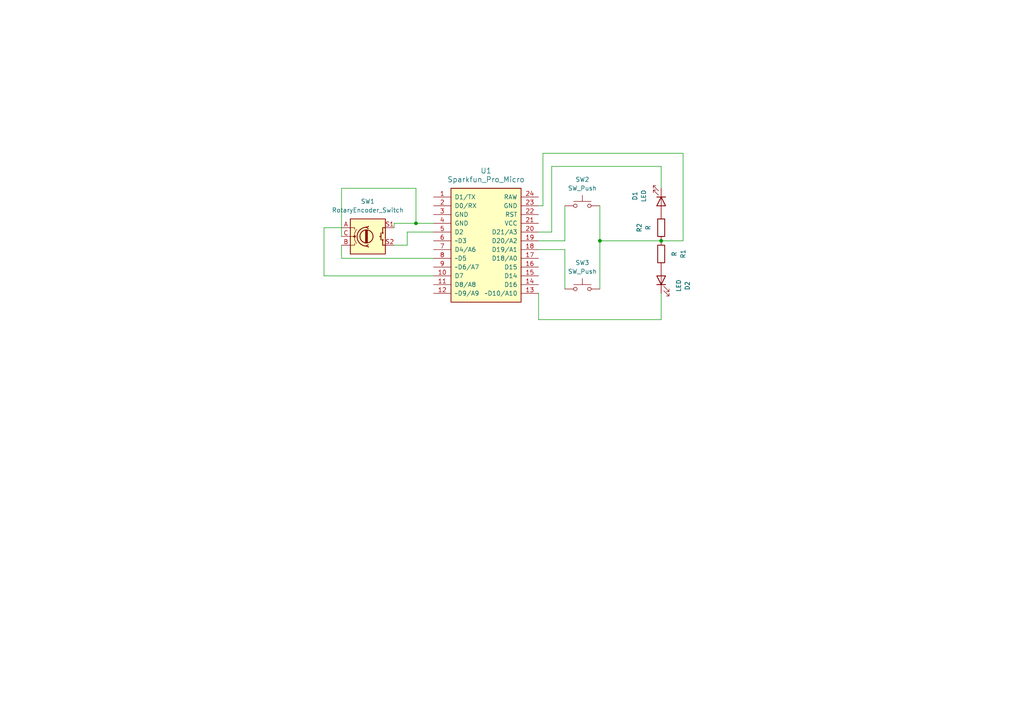
<source format=kicad_sch>
(kicad_sch
	(version 20231120)
	(generator "eeschema")
	(generator_version "8.0")
	(uuid "f85a3878-1c81-4667-90a0-b03f8335f48c")
	(paper "A4")
	(lib_symbols
		(symbol "Arduino:Sparkfun_Pro_Micro"
			(pin_names
				(offset 1.016)
			)
			(exclude_from_sim no)
			(in_bom yes)
			(on_board yes)
			(property "Reference" "U"
				(at -8.89 21.59 0)
				(effects
					(font
						(size 1.524 1.524)
					)
				)
			)
			(property "Value" "Sparkfun_Pro_Micro"
				(at 0 19.05 0)
				(effects
					(font
						(size 1.524 1.524)
					)
				)
			)
			(property "Footprint" "Arduino:Sparkfun_Pro_Micro"
				(at 0 -16.51 0)
				(effects
					(font
						(size 1.524 1.524)
					)
					(hide yes)
				)
			)
			(property "Datasheet" "https://www.sparkfun.com/products/12640"
				(at 2.54 -26.67 0)
				(effects
					(font
						(size 1.524 1.524)
					)
					(hide yes)
				)
			)
			(property "Description" "Sparkfun Pro Micro"
				(at 0 0 0)
				(effects
					(font
						(size 1.27 1.27)
					)
					(hide yes)
				)
			)
			(property "ki_keywords" "Arduino Sparkfun pro micro microcontroller module USB"
				(at 0 0 0)
				(effects
					(font
						(size 1.27 1.27)
					)
					(hide yes)
				)
			)
			(symbol "Sparkfun_Pro_Micro_0_1"
				(rectangle
					(start -10.16 17.78)
					(end 10.16 -15.24)
					(stroke
						(width 0.254)
						(type solid)
					)
					(fill
						(type background)
					)
				)
			)
			(symbol "Sparkfun_Pro_Micro_1_1"
				(pin bidirectional line
					(at -15.24 15.24 0)
					(length 5.08)
					(name "D1/TX"
						(effects
							(font
								(size 1.27 1.27)
							)
						)
					)
					(number "1"
						(effects
							(font
								(size 1.27 1.27)
							)
						)
					)
				)
				(pin bidirectional line
					(at -15.24 -7.62 0)
					(length 5.08)
					(name "D7"
						(effects
							(font
								(size 1.27 1.27)
							)
						)
					)
					(number "10"
						(effects
							(font
								(size 1.27 1.27)
							)
						)
					)
				)
				(pin bidirectional line
					(at -15.24 -10.16 0)
					(length 5.08)
					(name "D8/A8"
						(effects
							(font
								(size 1.27 1.27)
							)
						)
					)
					(number "11"
						(effects
							(font
								(size 1.27 1.27)
							)
						)
					)
				)
				(pin bidirectional line
					(at -15.24 -12.7 0)
					(length 5.08)
					(name "~D9/A9"
						(effects
							(font
								(size 1.27 1.27)
							)
						)
					)
					(number "12"
						(effects
							(font
								(size 1.27 1.27)
							)
						)
					)
				)
				(pin bidirectional line
					(at 15.24 -12.7 180)
					(length 5.08)
					(name "~D10/A10"
						(effects
							(font
								(size 1.27 1.27)
							)
						)
					)
					(number "13"
						(effects
							(font
								(size 1.27 1.27)
							)
						)
					)
				)
				(pin bidirectional line
					(at 15.24 -10.16 180)
					(length 5.08)
					(name "D16"
						(effects
							(font
								(size 1.27 1.27)
							)
						)
					)
					(number "14"
						(effects
							(font
								(size 1.27 1.27)
							)
						)
					)
				)
				(pin bidirectional line
					(at 15.24 -7.62 180)
					(length 5.08)
					(name "D14"
						(effects
							(font
								(size 1.27 1.27)
							)
						)
					)
					(number "15"
						(effects
							(font
								(size 1.27 1.27)
							)
						)
					)
				)
				(pin bidirectional line
					(at 15.24 -5.08 180)
					(length 5.08)
					(name "D15"
						(effects
							(font
								(size 1.27 1.27)
							)
						)
					)
					(number "16"
						(effects
							(font
								(size 1.27 1.27)
							)
						)
					)
				)
				(pin bidirectional line
					(at 15.24 -2.54 180)
					(length 5.08)
					(name "D18/A0"
						(effects
							(font
								(size 1.27 1.27)
							)
						)
					)
					(number "17"
						(effects
							(font
								(size 1.27 1.27)
							)
						)
					)
				)
				(pin bidirectional line
					(at 15.24 0 180)
					(length 5.08)
					(name "D19/A1"
						(effects
							(font
								(size 1.27 1.27)
							)
						)
					)
					(number "18"
						(effects
							(font
								(size 1.27 1.27)
							)
						)
					)
				)
				(pin bidirectional line
					(at 15.24 2.54 180)
					(length 5.08)
					(name "D20/A2"
						(effects
							(font
								(size 1.27 1.27)
							)
						)
					)
					(number "19"
						(effects
							(font
								(size 1.27 1.27)
							)
						)
					)
				)
				(pin bidirectional line
					(at -15.24 12.7 0)
					(length 5.08)
					(name "D0/RX"
						(effects
							(font
								(size 1.27 1.27)
							)
						)
					)
					(number "2"
						(effects
							(font
								(size 1.27 1.27)
							)
						)
					)
				)
				(pin bidirectional line
					(at 15.24 5.08 180)
					(length 5.08)
					(name "D21/A3"
						(effects
							(font
								(size 1.27 1.27)
							)
						)
					)
					(number "20"
						(effects
							(font
								(size 1.27 1.27)
							)
						)
					)
				)
				(pin power_in line
					(at 15.24 7.62 180)
					(length 5.08)
					(name "VCC"
						(effects
							(font
								(size 1.27 1.27)
							)
						)
					)
					(number "21"
						(effects
							(font
								(size 1.27 1.27)
							)
						)
					)
				)
				(pin input line
					(at 15.24 10.16 180)
					(length 5.08)
					(name "RST"
						(effects
							(font
								(size 1.27 1.27)
							)
						)
					)
					(number "22"
						(effects
							(font
								(size 1.27 1.27)
							)
						)
					)
				)
				(pin power_in line
					(at 15.24 12.7 180)
					(length 5.08)
					(name "GND"
						(effects
							(font
								(size 1.27 1.27)
							)
						)
					)
					(number "23"
						(effects
							(font
								(size 1.27 1.27)
							)
						)
					)
				)
				(pin power_in line
					(at 15.24 15.24 180)
					(length 5.08)
					(name "RAW"
						(effects
							(font
								(size 1.27 1.27)
							)
						)
					)
					(number "24"
						(effects
							(font
								(size 1.27 1.27)
							)
						)
					)
				)
				(pin power_in line
					(at -15.24 10.16 0)
					(length 5.08)
					(name "GND"
						(effects
							(font
								(size 1.27 1.27)
							)
						)
					)
					(number "3"
						(effects
							(font
								(size 1.27 1.27)
							)
						)
					)
				)
				(pin power_in line
					(at -15.24 7.62 0)
					(length 5.08)
					(name "GND"
						(effects
							(font
								(size 1.27 1.27)
							)
						)
					)
					(number "4"
						(effects
							(font
								(size 1.27 1.27)
							)
						)
					)
				)
				(pin bidirectional line
					(at -15.24 5.08 0)
					(length 5.08)
					(name "D2"
						(effects
							(font
								(size 1.27 1.27)
							)
						)
					)
					(number "5"
						(effects
							(font
								(size 1.27 1.27)
							)
						)
					)
				)
				(pin bidirectional line
					(at -15.24 2.54 0)
					(length 5.08)
					(name "~D3"
						(effects
							(font
								(size 1.27 1.27)
							)
						)
					)
					(number "6"
						(effects
							(font
								(size 1.27 1.27)
							)
						)
					)
				)
				(pin bidirectional line
					(at -15.24 0 0)
					(length 5.08)
					(name "D4/A6"
						(effects
							(font
								(size 1.27 1.27)
							)
						)
					)
					(number "7"
						(effects
							(font
								(size 1.27 1.27)
							)
						)
					)
				)
				(pin bidirectional line
					(at -15.24 -2.54 0)
					(length 5.08)
					(name "~D5"
						(effects
							(font
								(size 1.27 1.27)
							)
						)
					)
					(number "8"
						(effects
							(font
								(size 1.27 1.27)
							)
						)
					)
				)
				(pin bidirectional line
					(at -15.24 -5.08 0)
					(length 5.08)
					(name "~D6/A7"
						(effects
							(font
								(size 1.27 1.27)
							)
						)
					)
					(number "9"
						(effects
							(font
								(size 1.27 1.27)
							)
						)
					)
				)
			)
		)
		(symbol "Device:LED"
			(pin_numbers hide)
			(pin_names
				(offset 1.016) hide)
			(exclude_from_sim no)
			(in_bom yes)
			(on_board yes)
			(property "Reference" "D"
				(at 0 2.54 0)
				(effects
					(font
						(size 1.27 1.27)
					)
				)
			)
			(property "Value" "LED"
				(at 0 -2.54 0)
				(effects
					(font
						(size 1.27 1.27)
					)
				)
			)
			(property "Footprint" ""
				(at 0 0 0)
				(effects
					(font
						(size 1.27 1.27)
					)
					(hide yes)
				)
			)
			(property "Datasheet" "~"
				(at 0 0 0)
				(effects
					(font
						(size 1.27 1.27)
					)
					(hide yes)
				)
			)
			(property "Description" "Light emitting diode"
				(at 0 0 0)
				(effects
					(font
						(size 1.27 1.27)
					)
					(hide yes)
				)
			)
			(property "ki_keywords" "LED diode"
				(at 0 0 0)
				(effects
					(font
						(size 1.27 1.27)
					)
					(hide yes)
				)
			)
			(property "ki_fp_filters" "LED* LED_SMD:* LED_THT:*"
				(at 0 0 0)
				(effects
					(font
						(size 1.27 1.27)
					)
					(hide yes)
				)
			)
			(symbol "LED_0_1"
				(polyline
					(pts
						(xy -1.27 -1.27) (xy -1.27 1.27)
					)
					(stroke
						(width 0.254)
						(type default)
					)
					(fill
						(type none)
					)
				)
				(polyline
					(pts
						(xy -1.27 0) (xy 1.27 0)
					)
					(stroke
						(width 0)
						(type default)
					)
					(fill
						(type none)
					)
				)
				(polyline
					(pts
						(xy 1.27 -1.27) (xy 1.27 1.27) (xy -1.27 0) (xy 1.27 -1.27)
					)
					(stroke
						(width 0.254)
						(type default)
					)
					(fill
						(type none)
					)
				)
				(polyline
					(pts
						(xy -3.048 -0.762) (xy -4.572 -2.286) (xy -3.81 -2.286) (xy -4.572 -2.286) (xy -4.572 -1.524)
					)
					(stroke
						(width 0)
						(type default)
					)
					(fill
						(type none)
					)
				)
				(polyline
					(pts
						(xy -1.778 -0.762) (xy -3.302 -2.286) (xy -2.54 -2.286) (xy -3.302 -2.286) (xy -3.302 -1.524)
					)
					(stroke
						(width 0)
						(type default)
					)
					(fill
						(type none)
					)
				)
			)
			(symbol "LED_1_1"
				(pin passive line
					(at -3.81 0 0)
					(length 2.54)
					(name "K"
						(effects
							(font
								(size 1.27 1.27)
							)
						)
					)
					(number "1"
						(effects
							(font
								(size 1.27 1.27)
							)
						)
					)
				)
				(pin passive line
					(at 3.81 0 180)
					(length 2.54)
					(name "A"
						(effects
							(font
								(size 1.27 1.27)
							)
						)
					)
					(number "2"
						(effects
							(font
								(size 1.27 1.27)
							)
						)
					)
				)
			)
		)
		(symbol "Device:R"
			(pin_numbers hide)
			(pin_names
				(offset 0)
			)
			(exclude_from_sim no)
			(in_bom yes)
			(on_board yes)
			(property "Reference" "R"
				(at 2.032 0 90)
				(effects
					(font
						(size 1.27 1.27)
					)
				)
			)
			(property "Value" "R"
				(at 0 0 90)
				(effects
					(font
						(size 1.27 1.27)
					)
				)
			)
			(property "Footprint" ""
				(at -1.778 0 90)
				(effects
					(font
						(size 1.27 1.27)
					)
					(hide yes)
				)
			)
			(property "Datasheet" "~"
				(at 0 0 0)
				(effects
					(font
						(size 1.27 1.27)
					)
					(hide yes)
				)
			)
			(property "Description" "Resistor"
				(at 0 0 0)
				(effects
					(font
						(size 1.27 1.27)
					)
					(hide yes)
				)
			)
			(property "ki_keywords" "R res resistor"
				(at 0 0 0)
				(effects
					(font
						(size 1.27 1.27)
					)
					(hide yes)
				)
			)
			(property "ki_fp_filters" "R_*"
				(at 0 0 0)
				(effects
					(font
						(size 1.27 1.27)
					)
					(hide yes)
				)
			)
			(symbol "R_0_1"
				(rectangle
					(start -1.016 -2.54)
					(end 1.016 2.54)
					(stroke
						(width 0.254)
						(type default)
					)
					(fill
						(type none)
					)
				)
			)
			(symbol "R_1_1"
				(pin passive line
					(at 0 3.81 270)
					(length 1.27)
					(name "~"
						(effects
							(font
								(size 1.27 1.27)
							)
						)
					)
					(number "1"
						(effects
							(font
								(size 1.27 1.27)
							)
						)
					)
				)
				(pin passive line
					(at 0 -3.81 90)
					(length 1.27)
					(name "~"
						(effects
							(font
								(size 1.27 1.27)
							)
						)
					)
					(number "2"
						(effects
							(font
								(size 1.27 1.27)
							)
						)
					)
				)
			)
		)
		(symbol "Device:RotaryEncoder_Switch"
			(pin_names
				(offset 0.254) hide)
			(exclude_from_sim no)
			(in_bom yes)
			(on_board yes)
			(property "Reference" "SW"
				(at 0 6.604 0)
				(effects
					(font
						(size 1.27 1.27)
					)
				)
			)
			(property "Value" "RotaryEncoder_Switch"
				(at 0 -6.604 0)
				(effects
					(font
						(size 1.27 1.27)
					)
				)
			)
			(property "Footprint" ""
				(at -3.81 4.064 0)
				(effects
					(font
						(size 1.27 1.27)
					)
					(hide yes)
				)
			)
			(property "Datasheet" "~"
				(at 0 6.604 0)
				(effects
					(font
						(size 1.27 1.27)
					)
					(hide yes)
				)
			)
			(property "Description" "Rotary encoder, dual channel, incremental quadrate outputs, with switch"
				(at 0 0 0)
				(effects
					(font
						(size 1.27 1.27)
					)
					(hide yes)
				)
			)
			(property "ki_keywords" "rotary switch encoder switch push button"
				(at 0 0 0)
				(effects
					(font
						(size 1.27 1.27)
					)
					(hide yes)
				)
			)
			(property "ki_fp_filters" "RotaryEncoder*Switch*"
				(at 0 0 0)
				(effects
					(font
						(size 1.27 1.27)
					)
					(hide yes)
				)
			)
			(symbol "RotaryEncoder_Switch_0_1"
				(rectangle
					(start -5.08 5.08)
					(end 5.08 -5.08)
					(stroke
						(width 0.254)
						(type default)
					)
					(fill
						(type background)
					)
				)
				(circle
					(center -3.81 0)
					(radius 0.254)
					(stroke
						(width 0)
						(type default)
					)
					(fill
						(type outline)
					)
				)
				(circle
					(center -0.381 0)
					(radius 1.905)
					(stroke
						(width 0.254)
						(type default)
					)
					(fill
						(type none)
					)
				)
				(arc
					(start -0.381 2.667)
					(mid -3.0988 -0.0635)
					(end -0.381 -2.794)
					(stroke
						(width 0.254)
						(type default)
					)
					(fill
						(type none)
					)
				)
				(polyline
					(pts
						(xy -0.635 -1.778) (xy -0.635 1.778)
					)
					(stroke
						(width 0.254)
						(type default)
					)
					(fill
						(type none)
					)
				)
				(polyline
					(pts
						(xy -0.381 -1.778) (xy -0.381 1.778)
					)
					(stroke
						(width 0.254)
						(type default)
					)
					(fill
						(type none)
					)
				)
				(polyline
					(pts
						(xy -0.127 1.778) (xy -0.127 -1.778)
					)
					(stroke
						(width 0.254)
						(type default)
					)
					(fill
						(type none)
					)
				)
				(polyline
					(pts
						(xy 3.81 0) (xy 3.429 0)
					)
					(stroke
						(width 0.254)
						(type default)
					)
					(fill
						(type none)
					)
				)
				(polyline
					(pts
						(xy 3.81 1.016) (xy 3.81 -1.016)
					)
					(stroke
						(width 0.254)
						(type default)
					)
					(fill
						(type none)
					)
				)
				(polyline
					(pts
						(xy -5.08 -2.54) (xy -3.81 -2.54) (xy -3.81 -2.032)
					)
					(stroke
						(width 0)
						(type default)
					)
					(fill
						(type none)
					)
				)
				(polyline
					(pts
						(xy -5.08 2.54) (xy -3.81 2.54) (xy -3.81 2.032)
					)
					(stroke
						(width 0)
						(type default)
					)
					(fill
						(type none)
					)
				)
				(polyline
					(pts
						(xy 0.254 -3.048) (xy -0.508 -2.794) (xy 0.127 -2.413)
					)
					(stroke
						(width 0.254)
						(type default)
					)
					(fill
						(type none)
					)
				)
				(polyline
					(pts
						(xy 0.254 2.921) (xy -0.508 2.667) (xy 0.127 2.286)
					)
					(stroke
						(width 0.254)
						(type default)
					)
					(fill
						(type none)
					)
				)
				(polyline
					(pts
						(xy 5.08 -2.54) (xy 4.318 -2.54) (xy 4.318 -1.016)
					)
					(stroke
						(width 0.254)
						(type default)
					)
					(fill
						(type none)
					)
				)
				(polyline
					(pts
						(xy 5.08 2.54) (xy 4.318 2.54) (xy 4.318 1.016)
					)
					(stroke
						(width 0.254)
						(type default)
					)
					(fill
						(type none)
					)
				)
				(polyline
					(pts
						(xy -5.08 0) (xy -3.81 0) (xy -3.81 -1.016) (xy -3.302 -2.032)
					)
					(stroke
						(width 0)
						(type default)
					)
					(fill
						(type none)
					)
				)
				(polyline
					(pts
						(xy -4.318 0) (xy -3.81 0) (xy -3.81 1.016) (xy -3.302 2.032)
					)
					(stroke
						(width 0)
						(type default)
					)
					(fill
						(type none)
					)
				)
				(circle
					(center 4.318 -1.016)
					(radius 0.127)
					(stroke
						(width 0.254)
						(type default)
					)
					(fill
						(type none)
					)
				)
				(circle
					(center 4.318 1.016)
					(radius 0.127)
					(stroke
						(width 0.254)
						(type default)
					)
					(fill
						(type none)
					)
				)
			)
			(symbol "RotaryEncoder_Switch_1_1"
				(pin passive line
					(at -7.62 2.54 0)
					(length 2.54)
					(name "A"
						(effects
							(font
								(size 1.27 1.27)
							)
						)
					)
					(number "A"
						(effects
							(font
								(size 1.27 1.27)
							)
						)
					)
				)
				(pin passive line
					(at -7.62 -2.54 0)
					(length 2.54)
					(name "B"
						(effects
							(font
								(size 1.27 1.27)
							)
						)
					)
					(number "B"
						(effects
							(font
								(size 1.27 1.27)
							)
						)
					)
				)
				(pin passive line
					(at -7.62 0 0)
					(length 2.54)
					(name "C"
						(effects
							(font
								(size 1.27 1.27)
							)
						)
					)
					(number "C"
						(effects
							(font
								(size 1.27 1.27)
							)
						)
					)
				)
				(pin passive line
					(at 7.62 2.54 180)
					(length 2.54)
					(name "S1"
						(effects
							(font
								(size 1.27 1.27)
							)
						)
					)
					(number "S1"
						(effects
							(font
								(size 1.27 1.27)
							)
						)
					)
				)
				(pin passive line
					(at 7.62 -2.54 180)
					(length 2.54)
					(name "S2"
						(effects
							(font
								(size 1.27 1.27)
							)
						)
					)
					(number "S2"
						(effects
							(font
								(size 1.27 1.27)
							)
						)
					)
				)
			)
		)
		(symbol "Switch:SW_Push"
			(pin_numbers hide)
			(pin_names
				(offset 1.016) hide)
			(exclude_from_sim no)
			(in_bom yes)
			(on_board yes)
			(property "Reference" "SW"
				(at 1.27 2.54 0)
				(effects
					(font
						(size 1.27 1.27)
					)
					(justify left)
				)
			)
			(property "Value" "SW_Push"
				(at 0 -1.524 0)
				(effects
					(font
						(size 1.27 1.27)
					)
				)
			)
			(property "Footprint" ""
				(at 0 5.08 0)
				(effects
					(font
						(size 1.27 1.27)
					)
					(hide yes)
				)
			)
			(property "Datasheet" "~"
				(at 0 5.08 0)
				(effects
					(font
						(size 1.27 1.27)
					)
					(hide yes)
				)
			)
			(property "Description" "Push button switch, generic, two pins"
				(at 0 0 0)
				(effects
					(font
						(size 1.27 1.27)
					)
					(hide yes)
				)
			)
			(property "ki_keywords" "switch normally-open pushbutton push-button"
				(at 0 0 0)
				(effects
					(font
						(size 1.27 1.27)
					)
					(hide yes)
				)
			)
			(symbol "SW_Push_0_1"
				(circle
					(center -2.032 0)
					(radius 0.508)
					(stroke
						(width 0)
						(type default)
					)
					(fill
						(type none)
					)
				)
				(polyline
					(pts
						(xy 0 1.27) (xy 0 3.048)
					)
					(stroke
						(width 0)
						(type default)
					)
					(fill
						(type none)
					)
				)
				(polyline
					(pts
						(xy 2.54 1.27) (xy -2.54 1.27)
					)
					(stroke
						(width 0)
						(type default)
					)
					(fill
						(type none)
					)
				)
				(circle
					(center 2.032 0)
					(radius 0.508)
					(stroke
						(width 0)
						(type default)
					)
					(fill
						(type none)
					)
				)
				(pin passive line
					(at -5.08 0 0)
					(length 2.54)
					(name "1"
						(effects
							(font
								(size 1.27 1.27)
							)
						)
					)
					(number "1"
						(effects
							(font
								(size 1.27 1.27)
							)
						)
					)
				)
				(pin passive line
					(at 5.08 0 180)
					(length 2.54)
					(name "2"
						(effects
							(font
								(size 1.27 1.27)
							)
						)
					)
					(number "2"
						(effects
							(font
								(size 1.27 1.27)
							)
						)
					)
				)
			)
		)
	)
	(junction
		(at 120.65 64.77)
		(diameter 0)
		(color 0 0 0 0)
		(uuid "72d5c2b4-b678-4c23-8ed5-30e9e1c87bb6")
	)
	(junction
		(at 191.77 69.85)
		(diameter 0)
		(color 0 0 0 0)
		(uuid "7cc9a8ee-a20c-4aa6-b2f0-e1aee0436ea9")
	)
	(junction
		(at 173.99 69.85)
		(diameter 0)
		(color 0 0 0 0)
		(uuid "c3d8054f-ec56-44c0-a7c1-32adb5f58b39")
	)
	(wire
		(pts
			(xy 120.65 54.61) (xy 120.65 64.77)
		)
		(stroke
			(width 0)
			(type default)
		)
		(uuid "1758ed42-da73-4783-b6bb-0c553ddb1932")
	)
	(wire
		(pts
			(xy 163.83 83.82) (xy 163.83 72.39)
		)
		(stroke
			(width 0)
			(type default)
		)
		(uuid "28d0bb6a-c9f5-46ee-a34a-9aa0252a29d1")
	)
	(wire
		(pts
			(xy 114.3 64.77) (xy 114.3 66.04)
		)
		(stroke
			(width 0)
			(type default)
		)
		(uuid "34be9868-a3c0-4784-905b-e6d9899aae59")
	)
	(wire
		(pts
			(xy 163.83 69.85) (xy 156.21 69.85)
		)
		(stroke
			(width 0)
			(type default)
		)
		(uuid "351d3cad-a978-430e-bf4a-fdaf0a353209")
	)
	(wire
		(pts
			(xy 120.65 64.77) (xy 114.3 64.77)
		)
		(stroke
			(width 0)
			(type default)
		)
		(uuid "38655254-c9c3-404c-9e48-bfa339562127")
	)
	(wire
		(pts
			(xy 93.98 80.01) (xy 125.73 80.01)
		)
		(stroke
			(width 0)
			(type default)
		)
		(uuid "3f67a460-7809-4d14-bd11-01361e5c71e8")
	)
	(wire
		(pts
			(xy 125.73 64.77) (xy 120.65 64.77)
		)
		(stroke
			(width 0)
			(type default)
		)
		(uuid "4517957d-3a44-4075-a704-9f33aa5543fc")
	)
	(wire
		(pts
			(xy 99.06 54.61) (xy 99.06 68.58)
		)
		(stroke
			(width 0)
			(type default)
		)
		(uuid "54d943e6-01db-48d6-ae75-8ddee7c5acc0")
	)
	(wire
		(pts
			(xy 99.06 74.93) (xy 125.73 74.93)
		)
		(stroke
			(width 0)
			(type default)
		)
		(uuid "66ec965a-93cf-4f98-aed7-a3c62851d0cf")
	)
	(wire
		(pts
			(xy 99.06 54.61) (xy 120.65 54.61)
		)
		(stroke
			(width 0)
			(type default)
		)
		(uuid "673510f5-abae-4982-ab5d-fb2f4deb58aa")
	)
	(wire
		(pts
			(xy 160.02 67.31) (xy 160.02 48.26)
		)
		(stroke
			(width 0)
			(type default)
		)
		(uuid "68734b4b-b9dd-4572-a15c-6036c2c115ec")
	)
	(wire
		(pts
			(xy 173.99 69.85) (xy 191.77 69.85)
		)
		(stroke
			(width 0)
			(type default)
		)
		(uuid "69a4d8f9-eeea-450f-9c10-6987c406edad")
	)
	(wire
		(pts
			(xy 191.77 92.71) (xy 191.77 85.09)
		)
		(stroke
			(width 0)
			(type default)
		)
		(uuid "6b713969-5192-44b5-8499-73f9baf01cf7")
	)
	(wire
		(pts
			(xy 198.12 69.85) (xy 198.12 44.45)
		)
		(stroke
			(width 0)
			(type default)
		)
		(uuid "7200c017-8e39-4bf0-9f76-23d4c73d2618")
	)
	(wire
		(pts
			(xy 99.06 66.04) (xy 93.98 66.04)
		)
		(stroke
			(width 0)
			(type default)
		)
		(uuid "763226d8-f2cd-4da4-a7fe-56b509d65c80")
	)
	(wire
		(pts
			(xy 173.99 69.85) (xy 173.99 83.82)
		)
		(stroke
			(width 0)
			(type default)
		)
		(uuid "798e196a-da94-4f6c-a218-0ad46f01486e")
	)
	(wire
		(pts
			(xy 173.99 59.69) (xy 173.99 69.85)
		)
		(stroke
			(width 0)
			(type default)
		)
		(uuid "7fc1add7-294e-47f9-bb38-5f44d5daffce")
	)
	(wire
		(pts
			(xy 163.83 59.69) (xy 163.83 69.85)
		)
		(stroke
			(width 0)
			(type default)
		)
		(uuid "84821824-7cda-4f06-b505-30e54a51973b")
	)
	(wire
		(pts
			(xy 157.48 59.69) (xy 156.21 59.69)
		)
		(stroke
			(width 0)
			(type default)
		)
		(uuid "8e04fe43-221b-4ccb-ac44-8c511427e7b0")
	)
	(wire
		(pts
			(xy 163.83 72.39) (xy 156.21 72.39)
		)
		(stroke
			(width 0)
			(type default)
		)
		(uuid "94343973-92be-4898-8f2f-e77af2dad52a")
	)
	(wire
		(pts
			(xy 191.77 69.85) (xy 198.12 69.85)
		)
		(stroke
			(width 0)
			(type default)
		)
		(uuid "96efb422-cf5d-43d5-a0de-56deb430334b")
	)
	(wire
		(pts
			(xy 160.02 48.26) (xy 191.77 48.26)
		)
		(stroke
			(width 0)
			(type default)
		)
		(uuid "a20a43e7-e524-407f-913f-76177cacf225")
	)
	(wire
		(pts
			(xy 118.11 67.31) (xy 125.73 67.31)
		)
		(stroke
			(width 0)
			(type default)
		)
		(uuid "a57a1c80-bd11-4e9b-bcef-197b78b0ebd6")
	)
	(wire
		(pts
			(xy 191.77 48.26) (xy 191.77 54.61)
		)
		(stroke
			(width 0)
			(type default)
		)
		(uuid "a679fdf7-e3fe-4268-bdcd-2420d5ca650d")
	)
	(wire
		(pts
			(xy 114.3 71.12) (xy 118.11 71.12)
		)
		(stroke
			(width 0)
			(type default)
		)
		(uuid "b565b086-733c-4209-86bc-3aee3d0f86ed")
	)
	(wire
		(pts
			(xy 93.98 66.04) (xy 93.98 80.01)
		)
		(stroke
			(width 0)
			(type default)
		)
		(uuid "b9a0f797-5cf1-424b-9230-83f7c1c37e63")
	)
	(wire
		(pts
			(xy 156.21 67.31) (xy 160.02 67.31)
		)
		(stroke
			(width 0)
			(type default)
		)
		(uuid "c12d6284-3b26-485c-99b0-5245e83783ad")
	)
	(wire
		(pts
			(xy 157.48 44.45) (xy 157.48 59.69)
		)
		(stroke
			(width 0)
			(type default)
		)
		(uuid "c8cb9f3d-d1f6-4940-8140-0aa9d3b778e1")
	)
	(wire
		(pts
			(xy 156.21 92.71) (xy 191.77 92.71)
		)
		(stroke
			(width 0)
			(type default)
		)
		(uuid "c916d2a1-fe8f-4772-a3c1-841d86ffa605")
	)
	(wire
		(pts
			(xy 118.11 71.12) (xy 118.11 67.31)
		)
		(stroke
			(width 0)
			(type default)
		)
		(uuid "ca2d5c3f-16b5-4823-93a0-f377fe1456ab")
	)
	(wire
		(pts
			(xy 156.21 85.09) (xy 156.21 92.71)
		)
		(stroke
			(width 0)
			(type default)
		)
		(uuid "d695438b-f8ef-4ddf-8426-8855767e91c7")
	)
	(wire
		(pts
			(xy 198.12 44.45) (xy 157.48 44.45)
		)
		(stroke
			(width 0)
			(type default)
		)
		(uuid "dfed1824-45d1-4c17-8d60-8fd6473d8912")
	)
	(wire
		(pts
			(xy 99.06 71.12) (xy 99.06 74.93)
		)
		(stroke
			(width 0)
			(type default)
		)
		(uuid "ed297ad7-4e55-4f78-ad1a-e149f5a6c6da")
	)
	(symbol
		(lib_id "Device:LED")
		(at 191.77 81.28 90)
		(unit 1)
		(exclude_from_sim no)
		(in_bom yes)
		(on_board yes)
		(dnp no)
		(fields_autoplaced yes)
		(uuid "13f9a3e2-a211-40b6-aea6-6e7114e8af1c")
		(property "Reference" "D2"
			(at 199.39 82.8675 0)
			(effects
				(font
					(size 1.27 1.27)
				)
			)
		)
		(property "Value" "LED"
			(at 196.85 82.8675 0)
			(effects
				(font
					(size 1.27 1.27)
				)
			)
		)
		(property "Footprint" "LED_THT:LED_D5.0mm_Horizontal_O1.27mm_Z15.0mm"
			(at 191.77 81.28 0)
			(effects
				(font
					(size 1.27 1.27)
				)
				(hide yes)
			)
		)
		(property "Datasheet" "~"
			(at 191.77 81.28 0)
			(effects
				(font
					(size 1.27 1.27)
				)
				(hide yes)
			)
		)
		(property "Description" "Light emitting diode"
			(at 191.77 81.28 0)
			(effects
				(font
					(size 1.27 1.27)
				)
				(hide yes)
			)
		)
		(pin "1"
			(uuid "713e6c7c-6c51-47c2-b4e6-c36299047e3b")
		)
		(pin "2"
			(uuid "bf25bd34-963f-4182-9b13-c50b183686df")
		)
		(instances
			(project ""
				(path "/f85a3878-1c81-4667-90a0-b03f8335f48c"
					(reference "D2")
					(unit 1)
				)
			)
		)
	)
	(symbol
		(lib_id "Switch:SW_Push")
		(at 168.91 83.82 0)
		(unit 1)
		(exclude_from_sim no)
		(in_bom yes)
		(on_board yes)
		(dnp no)
		(fields_autoplaced yes)
		(uuid "24a777a6-1243-4932-8ca2-e760c36c1b62")
		(property "Reference" "SW3"
			(at 168.91 76.2 0)
			(effects
				(font
					(size 1.27 1.27)
				)
			)
		)
		(property "Value" "SW_Push"
			(at 168.91 78.74 0)
			(effects
				(font
					(size 1.27 1.27)
				)
			)
		)
		(property "Footprint" "Button_Switch_THT:SW_PUSH_6mm_H5mm"
			(at 168.91 78.74 0)
			(effects
				(font
					(size 1.27 1.27)
				)
				(hide yes)
			)
		)
		(property "Datasheet" "~"
			(at 168.91 78.74 0)
			(effects
				(font
					(size 1.27 1.27)
				)
				(hide yes)
			)
		)
		(property "Description" "Push button switch, generic, two pins"
			(at 168.91 83.82 0)
			(effects
				(font
					(size 1.27 1.27)
				)
				(hide yes)
			)
		)
		(pin "1"
			(uuid "93ab24a1-9483-4327-b013-732c0562e7fa")
		)
		(pin "2"
			(uuid "850311e9-9895-475a-9dcb-1d702f891a73")
		)
		(instances
			(project ""
				(path "/f85a3878-1c81-4667-90a0-b03f8335f48c"
					(reference "SW3")
					(unit 1)
				)
			)
		)
	)
	(symbol
		(lib_id "Device:R")
		(at 191.77 66.04 180)
		(unit 1)
		(exclude_from_sim no)
		(in_bom yes)
		(on_board yes)
		(dnp no)
		(fields_autoplaced yes)
		(uuid "71e4ae7f-a729-45c4-8d15-7999fe199652")
		(property "Reference" "R2"
			(at 185.42 66.04 90)
			(effects
				(font
					(size 1.27 1.27)
				)
			)
		)
		(property "Value" "R"
			(at 187.96 66.04 90)
			(effects
				(font
					(size 1.27 1.27)
				)
			)
		)
		(property "Footprint" "Resistor_THT:R_Axial_DIN0207_L6.3mm_D2.5mm_P7.62mm_Horizontal"
			(at 193.548 66.04 90)
			(effects
				(font
					(size 1.27 1.27)
				)
				(hide yes)
			)
		)
		(property "Datasheet" "~"
			(at 191.77 66.04 0)
			(effects
				(font
					(size 1.27 1.27)
				)
				(hide yes)
			)
		)
		(property "Description" "Resistor"
			(at 191.77 66.04 0)
			(effects
				(font
					(size 1.27 1.27)
				)
				(hide yes)
			)
		)
		(pin "2"
			(uuid "a36620b1-7691-4fb2-88d0-e726b1ce2666")
		)
		(pin "1"
			(uuid "c79dfbe6-10a9-4693-91aa-f9045de9095f")
		)
		(instances
			(project ""
				(path "/f85a3878-1c81-4667-90a0-b03f8335f48c"
					(reference "R2")
					(unit 1)
				)
			)
		)
	)
	(symbol
		(lib_id "Device:RotaryEncoder_Switch")
		(at 106.68 68.58 0)
		(unit 1)
		(exclude_from_sim no)
		(in_bom yes)
		(on_board yes)
		(dnp no)
		(fields_autoplaced yes)
		(uuid "7f909520-24a7-455d-ba2f-e71779a4014b")
		(property "Reference" "SW1"
			(at 106.68 58.42 0)
			(effects
				(font
					(size 1.27 1.27)
				)
			)
		)
		(property "Value" "RotaryEncoder_Switch"
			(at 106.68 60.96 0)
			(effects
				(font
					(size 1.27 1.27)
				)
			)
		)
		(property "Footprint" "Rotary_Encoder:RotaryEncoder_Alps_EC12E-Switch_Vertical_H20mm"
			(at 102.87 64.516 0)
			(effects
				(font
					(size 1.27 1.27)
				)
				(hide yes)
			)
		)
		(property "Datasheet" "~"
			(at 106.68 61.976 0)
			(effects
				(font
					(size 1.27 1.27)
				)
				(hide yes)
			)
		)
		(property "Description" "Rotary encoder, dual channel, incremental quadrate outputs, with switch"
			(at 106.68 68.58 0)
			(effects
				(font
					(size 1.27 1.27)
				)
				(hide yes)
			)
		)
		(pin "B"
			(uuid "54e8ffbf-fa92-4438-8c6d-0f023fd3b15d")
		)
		(pin "C"
			(uuid "8ab0fbfb-8850-4c74-abe7-520ca5a7d3c5")
		)
		(pin "S2"
			(uuid "258e95df-2619-48e2-a3b0-d17db85884b8")
		)
		(pin "A"
			(uuid "af32145d-d76f-4451-bd9d-5f036280d6c4")
		)
		(pin "S1"
			(uuid "9c89927f-21cd-4839-9c95-9bb545c181f4")
		)
		(instances
			(project ""
				(path "/f85a3878-1c81-4667-90a0-b03f8335f48c"
					(reference "SW1")
					(unit 1)
				)
			)
		)
	)
	(symbol
		(lib_id "Device:R")
		(at 191.77 73.66 0)
		(unit 1)
		(exclude_from_sim no)
		(in_bom yes)
		(on_board yes)
		(dnp no)
		(fields_autoplaced yes)
		(uuid "81e9f196-0310-4d9d-844f-5c7fb5d1092c")
		(property "Reference" "R1"
			(at 198.12 73.66 90)
			(effects
				(font
					(size 1.27 1.27)
				)
			)
		)
		(property "Value" "R"
			(at 195.58 73.66 90)
			(effects
				(font
					(size 1.27 1.27)
				)
			)
		)
		(property "Footprint" "Resistor_THT:R_Axial_DIN0207_L6.3mm_D2.5mm_P7.62mm_Horizontal"
			(at 189.992 73.66 90)
			(effects
				(font
					(size 1.27 1.27)
				)
				(hide yes)
			)
		)
		(property "Datasheet" "~"
			(at 191.77 73.66 0)
			(effects
				(font
					(size 1.27 1.27)
				)
				(hide yes)
			)
		)
		(property "Description" "Resistor"
			(at 191.77 73.66 0)
			(effects
				(font
					(size 1.27 1.27)
				)
				(hide yes)
			)
		)
		(pin "1"
			(uuid "2d30ffa2-7e2f-4038-85cd-1e0d836f9092")
		)
		(pin "2"
			(uuid "2e68c1ae-7317-4463-91c3-9f8d92310c72")
		)
		(instances
			(project ""
				(path "/f85a3878-1c81-4667-90a0-b03f8335f48c"
					(reference "R1")
					(unit 1)
				)
			)
		)
	)
	(symbol
		(lib_id "Arduino:Sparkfun_Pro_Micro")
		(at 140.97 72.39 0)
		(unit 1)
		(exclude_from_sim no)
		(in_bom yes)
		(on_board yes)
		(dnp no)
		(fields_autoplaced yes)
		(uuid "c88799d1-4c68-47c8-b0c2-5bdbdc2b3efe")
		(property "Reference" "U1"
			(at 140.97 49.53 0)
			(effects
				(font
					(size 1.524 1.524)
				)
			)
		)
		(property "Value" "Sparkfun_Pro_Micro"
			(at 140.97 52.07 0)
			(effects
				(font
					(size 1.524 1.524)
				)
			)
		)
		(property "Footprint" "Arduino:Sparkfun_Pro_Micro"
			(at 140.97 88.9 0)
			(effects
				(font
					(size 1.524 1.524)
				)
				(hide yes)
			)
		)
		(property "Datasheet" "https://www.sparkfun.com/products/12640"
			(at 143.51 99.06 0)
			(effects
				(font
					(size 1.524 1.524)
				)
				(hide yes)
			)
		)
		(property "Description" "Sparkfun Pro Micro"
			(at 140.97 72.39 0)
			(effects
				(font
					(size 1.27 1.27)
				)
				(hide yes)
			)
		)
		(pin "10"
			(uuid "de904900-4084-405a-8d3d-98d7fa266134")
		)
		(pin "24"
			(uuid "38df2e9d-ba5c-4f51-8efb-aba8cfc2d5f4")
		)
		(pin "19"
			(uuid "700f1e0b-7da8-4b39-9689-3d683a1cabcb")
		)
		(pin "15"
			(uuid "5dc76ae9-2e2e-45ab-bce7-ad938b36b068")
		)
		(pin "16"
			(uuid "776b204c-f9c4-4d38-9700-1208547f7c98")
		)
		(pin "9"
			(uuid "a13a3874-434e-46b8-9b2a-e004928320e4")
		)
		(pin "17"
			(uuid "3cad9289-a5c6-4ca2-a0c2-9c091e09b869")
		)
		(pin "8"
			(uuid "b91c7c43-afea-4ba5-bfb3-5e97387451c4")
		)
		(pin "13"
			(uuid "d995b097-5c18-49f1-88ad-5e96fea947f6")
		)
		(pin "3"
			(uuid "35e136c9-4785-4692-ae11-aca1fe91166c")
		)
		(pin "14"
			(uuid "128041b2-0c66-4d4a-8dde-bc57a0dac492")
		)
		(pin "23"
			(uuid "083c00fa-319a-4f12-b9e2-5259508522d1")
		)
		(pin "4"
			(uuid "ec6566a2-ab92-40ac-9b4e-6253992fc7ba")
		)
		(pin "20"
			(uuid "2b74c61d-286a-4de4-84dd-6b816a4a01fc")
		)
		(pin "1"
			(uuid "5a10c3fa-45dc-474a-a103-64729f2cab90")
		)
		(pin "22"
			(uuid "4417ebf1-25de-48e4-b74e-7ea0cf36a7ad")
		)
		(pin "11"
			(uuid "f58aaad8-1971-4f35-bf41-a80ce446bada")
		)
		(pin "18"
			(uuid "fe9fdd92-249c-467d-a0e4-e4b95b00a785")
		)
		(pin "2"
			(uuid "5a944fa9-f564-4188-ba82-ee4762c95ea2")
		)
		(pin "6"
			(uuid "3669dabd-bff0-480f-a50a-37c695d256a7")
		)
		(pin "5"
			(uuid "de937db1-0f36-464e-b580-c9a541ca1b91")
		)
		(pin "7"
			(uuid "902dfcd2-577b-4970-becd-e94100a22f31")
		)
		(pin "21"
			(uuid "8d4792c9-d67b-40a0-9fb3-97b67da068ce")
		)
		(pin "12"
			(uuid "923c4694-2769-4fff-ab8e-85cd53269e35")
		)
		(instances
			(project ""
				(path "/f85a3878-1c81-4667-90a0-b03f8335f48c"
					(reference "U1")
					(unit 1)
				)
			)
		)
	)
	(symbol
		(lib_id "Switch:SW_Push")
		(at 168.91 59.69 0)
		(unit 1)
		(exclude_from_sim no)
		(in_bom yes)
		(on_board yes)
		(dnp no)
		(fields_autoplaced yes)
		(uuid "daa5d103-506c-4f9c-a38e-058d7765eb5b")
		(property "Reference" "SW2"
			(at 168.91 52.07 0)
			(effects
				(font
					(size 1.27 1.27)
				)
			)
		)
		(property "Value" "SW_Push"
			(at 168.91 54.61 0)
			(effects
				(font
					(size 1.27 1.27)
				)
			)
		)
		(property "Footprint" "Button_Switch_THT:SW_PUSH_6mm_H5mm"
			(at 168.91 54.61 0)
			(effects
				(font
					(size 1.27 1.27)
				)
				(hide yes)
			)
		)
		(property "Datasheet" "~"
			(at 168.91 54.61 0)
			(effects
				(font
					(size 1.27 1.27)
				)
				(hide yes)
			)
		)
		(property "Description" "Push button switch, generic, two pins"
			(at 168.91 59.69 0)
			(effects
				(font
					(size 1.27 1.27)
				)
				(hide yes)
			)
		)
		(pin "2"
			(uuid "7b9b58cc-19b9-4f32-bc18-85edaad20daa")
		)
		(pin "1"
			(uuid "0049b6c4-8ba0-4170-b504-aa71c22e7ea4")
		)
		(instances
			(project ""
				(path "/f85a3878-1c81-4667-90a0-b03f8335f48c"
					(reference "SW2")
					(unit 1)
				)
			)
		)
	)
	(symbol
		(lib_id "Device:LED")
		(at 191.77 58.42 270)
		(unit 1)
		(exclude_from_sim no)
		(in_bom yes)
		(on_board yes)
		(dnp no)
		(fields_autoplaced yes)
		(uuid "ea643f9d-ada0-4d64-9d18-534072618aca")
		(property "Reference" "D1"
			(at 184.15 56.8325 0)
			(effects
				(font
					(size 1.27 1.27)
				)
			)
		)
		(property "Value" "LED"
			(at 186.69 56.8325 0)
			(effects
				(font
					(size 1.27 1.27)
				)
			)
		)
		(property "Footprint" "LED_THT:LED_D5.0mm_Horizontal_O1.27mm_Z15.0mm"
			(at 191.77 58.42 0)
			(effects
				(font
					(size 1.27 1.27)
				)
				(hide yes)
			)
		)
		(property "Datasheet" "~"
			(at 191.77 58.42 0)
			(effects
				(font
					(size 1.27 1.27)
				)
				(hide yes)
			)
		)
		(property "Description" "Light emitting diode"
			(at 191.77 58.42 0)
			(effects
				(font
					(size 1.27 1.27)
				)
				(hide yes)
			)
		)
		(pin "1"
			(uuid "873ebe75-b1a2-4182-8fed-1a261bde2bb5")
		)
		(pin "2"
			(uuid "7959101f-5ff6-4d26-b66d-531e243136ea")
		)
		(instances
			(project ""
				(path "/f85a3878-1c81-4667-90a0-b03f8335f48c"
					(reference "D1")
					(unit 1)
				)
			)
		)
	)
	(sheet_instances
		(path "/"
			(page "1")
		)
	)
)

</source>
